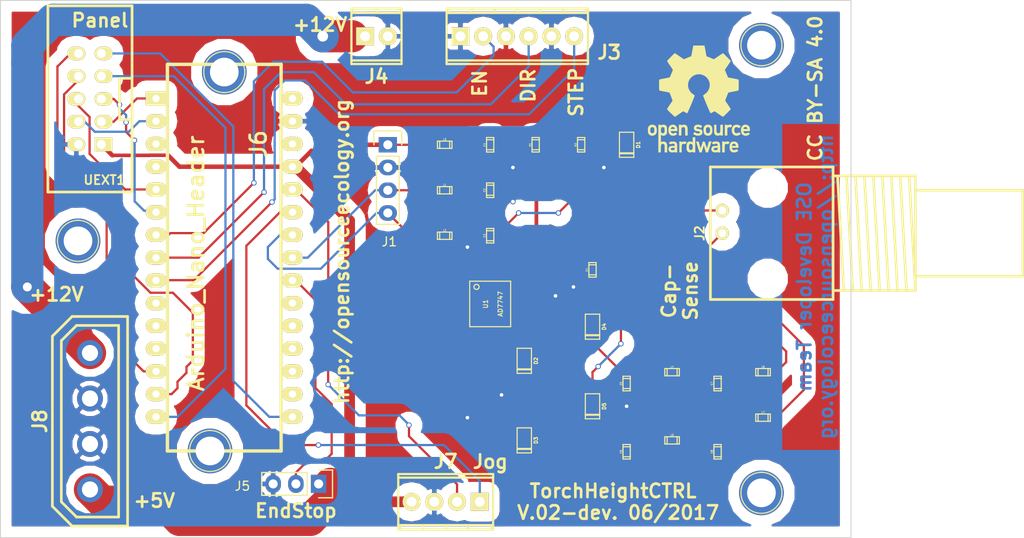
<source format=kicad_pcb>
(kicad_pcb (version 20170123) (host pcbnew "(2017-06-02 revision ac9a64a)-master")
  (layers (0 F.Cu signal) (31 B.Cu signal) (34 B.Paste user) (35 F.Paste user) (36 B.SilkS user) (37 F.SilkS user) (38 B.Mask user) (39 F.Mask user) (44 Edge.Cuts user))
  (net 0 "")
  (net 1 "Net-(C1-Pad1)")
  (net 2 GND)
  (net 3 "Net-(C2-Pad1)")
  (net 4 "Net-(C3-Pad1)")
  (net 5 "Net-(C5-Pad1)")
  (net 6 "Net-(C6-Pad1)")
  (net 7 "Net-(C7-Pad1)")
  (net 8 "Net-(C8-Pad1)")
  (net 9 "Net-(J1-Pad3)")
  (net 10 "Net-(J1-Pad4)")
  (net 11 "Net-(J2-Pad1)")
  (net 12 "Net-(J2-Pad2)")
  (net 13 "Net-(U1-Pad4)")
  (net 14 "Net-(U1-Pad7)")
  (net 15 "Net-(U1-Pad2)")
  (net 16 "Net-(U1-Pad9)")
  (net 17 "Net-(U1-Pad10)")
  (net 18 "Net-(U1-Pad15)")
  (net 19 "Net-(J3-Pad2)")
  (net 20 "Net-(J5-Pad2)")
  (net 21 "Net-(J6-Pad1)")
  (net 22 "Net-(J6-Pad2)")
  (net 23 "Net-(J6-Pad3)")
  (net 24 "Net-(J6-Pad4)")
  (net 25 "Net-(J6-Pad5)")
  (net 26 "Net-(J6-Pad6)")
  (net 27 "Net-(J6-Pad10)")
  (net 28 "Net-(J6-Pad11)")
  (net 29 "Net-(J6-Pad12)")
  (net 30 "Net-(J6-Pad13)")
  (net 31 "Net-(J6-Pad14)")
  (net 32 "Net-(J6-Pad15)")
  (net 33 "Net-(J6-Pad16)")
  (net 34 "Net-(J6-Pad17)")
  (net 35 "Net-(J6-Pad18)")
  (net 36 "Net-(J6-Pad19)")
  (net 37 "Net-(J6-Pad20)")
  (net 38 "Net-(J6-Pad21)")
  (net 39 "Net-(J6-Pad25)")
  (net 40 "Net-(J6-Pad26)")
  (net 41 "Net-(J6-Pad28)")
  (net 42 "Net-(J6-Pad30)")
  (net 43 "Net-(J3-Pad4)")
  (net 44 "Net-(J3-Pad6)")
  (net 45 +5V)
  (net 46 +12V)
  (module Connectors:1pin (layer F.Cu) (at 110 63)
    (fp_text reference REF** hide)
    (fp_text value 1pin hide)
    (pad 1 thru_hole circle (at 0 0) (size 5 5) (drill 3.2) (layers *.Cu *.Mask))
  )
  (module Connectors:1pin (layer F.Cu) (at 93.6625 81.8515)
    (fp_text reference REF** hide)
    (fp_text value 1pin hide)
    (pad 1 thru_hole circle (at 0 0) (size 5 5) (drill 3.2) (layers *.Cu *.Mask))
  )
  (module Connectors:1pin (layer F.Cu) (at 108.4072 105.3211)
    (fp_text reference REF** hide)
    (fp_text value 1pin hide)
    (pad 1 thru_hole circle (at 0 0) (size 5 5) (drill 3.2) (layers *.Cu *.Mask))
  )
  (module Connectors:1pin (layer F.Cu) (at 170 110)
    (fp_text reference REF** hide)
    (fp_text value 1pin hide)
    (pad 1 thru_hole circle (at 0 0) (size 5 5) (drill 3.2) (layers *.Cu *.Mask))
  )
  (module w_conn_mpt:mpt_0,5%2f2-2,54 (layer F.Cu) (at 127 59 180)
    (fp_text reference J4 (at 0 -4.50088 180) (layer F.SilkS) (effects (font (thickness 0.3048))))
    (fp_text value Screw_Terminal_1x02 hide)
    (pad 1 thru_hole oval (at -1.27 0 180) (size 1.99898 1.99898) (drill 1.09728) (layers *.Cu *.Mask F.SilkS) (net 2 GND))
    (pad 2 thru_hole rect (at 1.27 0 180) (size 1.99898 1.99898) (drill 1.09728) (layers *.Cu *.Mask F.SilkS) (net 46 +12V))
  )
  (module w_smd_cap:c_0603 (layer F.Cu) (at 139.7 71.12 90)
    (fp_text reference C1 (at 0 -0.635 90) (layer F.SilkS) (effects (font (size 0.20066 0.20066) (thickness 0.04064))))
    (fp_text value 2.2uF hide)
    (pad 1 smd rect (at 0.75184 0 90) (size 0.89916 1.00076) (layers F.Cu F.Paste F.Mask) (net 1 "Net-(C1-Pad1)"))
    (pad 2 smd rect (at -0.75184 0 90) (size 0.89916 1.00076) (layers F.Cu F.Paste F.Mask) (net 2 GND))
  )
  (module w_smd_cap:c_0603 (layer F.Cu) (at 139.7 76.2 90)
    (fp_text reference C2 (at 0 -0.635 90) (layer F.SilkS) (effects (font (size 0.20066 0.20066) (thickness 0.04064))))
    (fp_text value 10pF hide)
    (pad 1 smd rect (at 0.75184 0 90) (size 0.89916 1.00076) (layers F.Cu F.Paste F.Mask) (net 3 "Net-(C2-Pad1)"))
    (pad 2 smd rect (at -0.75184 0 90) (size 0.89916 1.00076) (layers F.Cu F.Paste F.Mask) (net 2 GND))
  )
  (module w_smd_cap:c_0603 (layer F.Cu) (at 139.7 81.28 90)
    (fp_text reference C3 (at 0 -0.635 90) (layer F.SilkS) (effects (font (size 0.20066 0.20066) (thickness 0.04064))))
    (fp_text value 10pF hide)
    (pad 1 smd rect (at 0.75184 0 90) (size 0.89916 1.00076) (layers F.Cu F.Paste F.Mask) (net 4 "Net-(C3-Pad1)"))
    (pad 2 smd rect (at -0.75184 0 90) (size 0.89916 1.00076) (layers F.Cu F.Paste F.Mask) (net 2 GND))
  )
  (module w_smd_cap:c_0603 (layer F.Cu) (at 151.13 85.09 90)
    (fp_text reference C4 (at 0 -0.635 90) (layer F.SilkS) (effects (font (size 0.20066 0.20066) (thickness 0.04064))))
    (fp_text value 2.2uF hide)
    (pad 1 smd rect (at 0.75184 0 90) (size 0.89916 1.00076) (layers F.Cu F.Paste F.Mask) (net 1 "Net-(C1-Pad1)"))
    (pad 2 smd rect (at -0.75184 0 90) (size 0.89916 1.00076) (layers F.Cu F.Paste F.Mask) (net 2 GND))
  )
  (module w_smd_cap:c_0603 (layer F.Cu) (at 154.94 97.79 90)
    (fp_text reference C5 (at 0 -0.635 90) (layer F.SilkS) (effects (font (size 0.20066 0.20066) (thickness 0.04064))))
    (fp_text value 0.5pF hide)
    (pad 1 smd rect (at 0.75184 0 90) (size 0.89916 1.00076) (layers F.Cu F.Paste F.Mask) (net 5 "Net-(C5-Pad1)"))
    (pad 2 smd rect (at -0.75184 0 90) (size 0.89916 1.00076) (layers F.Cu F.Paste F.Mask) (net 2 GND))
  )
  (module w_smd_cap:c_0603 (layer F.Cu) (at 154.94 105.41 90)
    (fp_text reference C6 (at 0 -0.635 90) (layer F.SilkS) (effects (font (size 0.20066 0.20066) (thickness 0.04064))))
    (fp_text value 0.5pF hide)
    (pad 1 smd rect (at 0.75184 0 90) (size 0.89916 1.00076) (layers F.Cu F.Paste F.Mask) (net 6 "Net-(C6-Pad1)"))
    (pad 2 smd rect (at -0.75184 0 90) (size 0.89916 1.00076) (layers F.Cu F.Paste F.Mask) (net 2 GND))
  )
  (module w_smd_cap:c_0603 (layer F.Cu) (at 165.1 97.79 90)
    (fp_text reference C7 (at 0 -0.635 90) (layer F.SilkS) (effects (font (size 0.20066 0.20066) (thickness 0.04064))))
    (fp_text value 0.5pF hide)
    (pad 1 smd rect (at 0.75184 0 90) (size 0.89916 1.00076) (layers F.Cu F.Paste F.Mask) (net 7 "Net-(C7-Pad1)"))
    (pad 2 smd rect (at -0.75184 0 90) (size 0.89916 1.00076) (layers F.Cu F.Paste F.Mask) (net 2 GND))
  )
  (module w_smd_cap:c_0603 (layer F.Cu) (at 165.1 105.41 90)
    (fp_text reference C8 (at 0 -0.635 90) (layer F.SilkS) (effects (font (size 0.20066 0.20066) (thickness 0.04064))))
    (fp_text value 0.5pF hide)
    (pad 1 smd rect (at 0.75184 0 90) (size 0.89916 1.00076) (layers F.Cu F.Paste F.Mask) (net 8 "Net-(C8-Pad1)"))
    (pad 2 smd rect (at -0.75184 0 90) (size 0.89916 1.00076) (layers F.Cu F.Paste F.Mask) (net 2 GND))
  )
  (module w_smd_diode:sod123 (layer F.Cu) (at 154.94 71.12 270)
    (fp_text reference D1 (at 0 -1.30048 270) (layer F.SilkS) (effects (font (size 0.4 0.4) (thickness 0.1))))
    (fp_text value 6V hide)
    (pad 2 smd rect (at 1.67386 0 270) (size 0.8509 0.8509) (layers F.Cu F.Paste F.Mask) (net 2 GND))
    (pad 1 smd rect (at -1.67386 0 270) (size 0.8509 0.8509) (layers F.Cu F.Paste F.Mask) (net 1 "Net-(C1-Pad1)"))
  )
  (module w_smd_diode:sod123 (layer F.Cu) (at 143.51 95.25 270)
    (fp_text reference D2 (at 0 -1.30048 270) (layer F.SilkS) (effects (font (size 0.4 0.4) (thickness 0.1))))
    (fp_text value 70V hide)
    (pad 2 smd rect (at 1.67386 0 270) (size 0.8509 0.8509) (layers F.Cu F.Paste F.Mask) (net 2 GND))
    (pad 1 smd rect (at -1.67386 0 270) (size 0.8509 0.8509) (layers F.Cu F.Paste F.Mask) (net 5 "Net-(C5-Pad1)"))
  )
  (module w_smd_diode:sod123 (layer F.Cu) (at 143.51 104.14 270)
    (fp_text reference D3 (at 0 -1.30048 270) (layer F.SilkS) (effects (font (size 0.4 0.4) (thickness 0.1))))
    (fp_text value 70V hide)
    (pad 2 smd rect (at 1.67386 0 270) (size 0.8509 0.8509) (layers F.Cu F.Paste F.Mask) (net 2 GND))
    (pad 1 smd rect (at -1.67386 0 270) (size 0.8509 0.8509) (layers F.Cu F.Paste F.Mask) (net 6 "Net-(C6-Pad1)"))
  )
  (module w_smd_diode:sod123 (layer F.Cu) (at 151.13 91.44 270)
    (fp_text reference D4 (at 0 -1.30048 270) (layer F.SilkS) (effects (font (size 0.4 0.4) (thickness 0.1))))
    (fp_text value 70V hide)
    (pad 2 smd rect (at 1.67386 0 270) (size 0.8509 0.8509) (layers F.Cu F.Paste F.Mask) (net 5 "Net-(C5-Pad1)"))
    (pad 1 smd rect (at -1.67386 0 270) (size 0.8509 0.8509) (layers F.Cu F.Paste F.Mask) (net 1 "Net-(C1-Pad1)"))
  )
  (module w_smd_diode:sod123 (layer F.Cu) (at 151.13 100.33 270)
    (fp_text reference D5 (at 0 -1.30048 270) (layer F.SilkS) (effects (font (size 0.4 0.4) (thickness 0.1))))
    (fp_text value 70V hide)
    (pad 2 smd rect (at 1.67386 0 270) (size 0.8509 0.8509) (layers F.Cu F.Paste F.Mask) (net 6 "Net-(C6-Pad1)"))
    (pad 1 smd rect (at -1.67386 0 270) (size 0.8509 0.8509) (layers F.Cu F.Paste F.Mask) (net 1 "Net-(C1-Pad1)"))
  )
  (module Pin_Headers:Pin_Header_Straight_1x04 (layer F.Cu) (at 128.27 71.12)
    (fp_text reference J1 (at 0.1651 10.8331) (layer F.SilkS))
    (fp_text value HEADER_4 hide)
    (pad 1 thru_hole rect (at 0 0) (size 2.032 1.7272) (drill 1.016) (layers *.Cu *.Mask) (net 45 +5V))
    (pad 2 thru_hole oval (at 0 2.54) (size 2.032 1.7272) (drill 1.016) (layers *.Cu *.Mask) (net 2 GND))
    (pad 3 thru_hole oval (at 0 5.08) (size 2.032 1.7272) (drill 1.016) (layers *.Cu *.Mask) (net 9 "Net-(J1-Pad3)"))
    (pad 4 thru_hole oval (at 0 7.62) (size 2.032 1.7272) (drill 1.016) (layers *.Cu *.Mask) (net 10 "Net-(J1-Pad4)"))
  )
  (module w_smd_resistors:r_0603 (layer F.Cu) (at 134.62 76.2)
    (fp_text reference L1 (at 0 -0.6096) (layer F.SilkS) (effects (font (size 0.20066 0.20066) (thickness 0.04064))))
    (fp_text value "1k Z" hide)
    (pad 1 smd rect (at 0.75184 0) (size 0.89916 1.00076) (layers F.Cu F.Paste F.Mask) (net 3 "Net-(C2-Pad1)"))
    (pad 2 smd rect (at -0.75184 0) (size 0.89916 1.00076) (layers F.Cu F.Paste F.Mask) (net 9 "Net-(J1-Pad3)"))
  )
  (module w_smd_resistors:r_0603 (layer F.Cu) (at 134.62 81.28)
    (fp_text reference L2 (at 0 -0.6096) (layer F.SilkS) (effects (font (size 0.20066 0.20066) (thickness 0.04064))))
    (fp_text value "1k Z" hide)
    (pad 1 smd rect (at 0.75184 0) (size 0.89916 1.00076) (layers F.Cu F.Paste F.Mask) (net 4 "Net-(C3-Pad1)"))
    (pad 2 smd rect (at -0.75184 0) (size 0.89916 1.00076) (layers F.Cu F.Paste F.Mask) (net 10 "Net-(J1-Pad4)"))
  )
  (module w_smd_resistors:r_0603 (layer F.Cu) (at 134.62 71.12)
    (fp_text reference L3 (at 0 -0.6096) (layer F.SilkS) (effects (font (size 0.20066 0.20066) (thickness 0.04064))))
    (fp_text value "1k Z" hide)
    (pad 1 smd rect (at 0.75184 0) (size 0.89916 1.00076) (layers F.Cu F.Paste F.Mask) (net 1 "Net-(C1-Pad1)"))
    (pad 2 smd rect (at -0.75184 0) (size 0.89916 1.00076) (layers F.Cu F.Paste F.Mask) (net 45 +5V))
  )
  (module w_smd_resistors:r_0603 (layer F.Cu) (at 160.02 96.52)
    (fp_text reference L4 (at 0 -0.6096) (layer F.SilkS) (effects (font (size 0.20066 0.20066) (thickness 0.04064))))
    (fp_text value "1k Z" hide)
    (pad 1 smd rect (at 0.75184 0) (size 0.89916 1.00076) (layers F.Cu F.Paste F.Mask) (net 7 "Net-(C7-Pad1)"))
    (pad 2 smd rect (at -0.75184 0) (size 0.89916 1.00076) (layers F.Cu F.Paste F.Mask) (net 5 "Net-(C5-Pad1)"))
  )
  (module w_smd_resistors:r_0603 (layer F.Cu) (at 160.02 104.14)
    (fp_text reference L5 (at 0 -0.6096) (layer F.SilkS) (effects (font (size 0.20066 0.20066) (thickness 0.04064))))
    (fp_text value "1k Z" hide)
    (pad 1 smd rect (at 0.75184 0) (size 0.89916 1.00076) (layers F.Cu F.Paste F.Mask) (net 8 "Net-(C8-Pad1)"))
    (pad 2 smd rect (at -0.75184 0) (size 0.89916 1.00076) (layers F.Cu F.Paste F.Mask) (net 6 "Net-(C6-Pad1)"))
  )
  (module w_smd_resistors:r_0603 (layer F.Cu) (at 170.18 96.52)
    (fp_text reference L6 (at 0 -0.6096) (layer F.SilkS) (effects (font (size 0.20066 0.20066) (thickness 0.04064))))
    (fp_text value "1k Z" hide)
    (pad 1 smd rect (at 0.75184 0) (size 0.89916 1.00076) (layers F.Cu F.Paste F.Mask) (net 12 "Net-(J2-Pad2)"))
    (pad 2 smd rect (at -0.75184 0) (size 0.89916 1.00076) (layers F.Cu F.Paste F.Mask) (net 7 "Net-(C7-Pad1)"))
  )
  (module w_smd_resistors:r_0603 (layer F.Cu) (at 170.18 101.6)
    (fp_text reference L7 (at 0 -0.6096) (layer F.SilkS) (effects (font (size 0.20066 0.20066) (thickness 0.04064))))
    (fp_text value "1k Z" hide)
    (pad 1 smd rect (at 0.75184 0) (size 0.89916 1.00076) (layers F.Cu F.Paste F.Mask) (net 11 "Net-(J2-Pad1)"))
    (pad 2 smd rect (at -0.75184 0) (size 0.89916 1.00076) (layers F.Cu F.Paste F.Mask) (net 8 "Net-(C8-Pad1)"))
  )
  (module w_smd_resistors:r_0603 (layer F.Cu) (at 144.78 71.12 90)
    (fp_text reference R1 (at 0 -0.6096 90) (layer F.SilkS) (effects (font (size 0.20066 0.20066) (thickness 0.04064))))
    (fp_text value 4.7K hide)
    (pad 1 smd rect (at 0.75184 0 90) (size 0.89916 1.00076) (layers F.Cu F.Paste F.Mask) (net 1 "Net-(C1-Pad1)"))
    (pad 2 smd rect (at -0.75184 0 90) (size 0.89916 1.00076) (layers F.Cu F.Paste F.Mask) (net 3 "Net-(C2-Pad1)"))
  )
  (module w_smd_resistors:r_0603 (layer F.Cu) (at 149.86 71.12 90)
    (fp_text reference R2 (at 0 -0.6096 90) (layer F.SilkS) (effects (font (size 0.20066 0.20066) (thickness 0.04064))))
    (fp_text value 4.7K hide)
    (pad 1 smd rect (at 0.75184 0 90) (size 0.89916 1.00076) (layers F.Cu F.Paste F.Mask) (net 1 "Net-(C1-Pad1)"))
    (pad 2 smd rect (at -0.75184 0 90) (size 0.89916 1.00076) (layers F.Cu F.Paste F.Mask) (net 4 "Net-(C3-Pad1)"))
  )
  (module w_smd_dil:tssop-16 (layer F.Cu) (at 139.7 88.9 270)
    (fp_text reference U1 (at 0 0.508 270) (layer F.SilkS) (effects (font (size 0.50038 0.50038) (thickness 0.09906))))
    (fp_text value AD7747 (at 0 -1.143 270) (layer F.SilkS) (effects (font (size 0.50038 0.50038) (thickness 0.09906))))
    (pad 4 smd rect (at -0.32512 2.79908 270) (size 0.4191 1.47066) (layers F.Cu F.Paste F.Mask) (net 13 "Net-(U1-Pad4)"))
    (pad 5 smd rect (at 0.32512 2.79908 270) (size 0.4191 1.47066) (layers F.Cu F.Paste F.Mask) (net 2 GND))
    (pad 6 smd rect (at 0.97536 2.79908 270) (size 0.4191 1.47066) (layers F.Cu F.Paste F.Mask) (net 2 GND))
    (pad 7 smd rect (at 1.6256 2.79908 270) (size 0.4191 1.47066) (layers F.Cu F.Paste F.Mask) (net 14 "Net-(U1-Pad7)"))
    (pad 16 smd rect (at -2.26568 -2.794 270) (size 0.4191 1.47066) (layers F.Cu F.Paste F.Mask) (net 3 "Net-(C2-Pad1)"))
    (pad 1 smd rect (at -2.27584 2.79908 270) (size 0.4191 1.47066) (layers F.Cu F.Paste F.Mask) (net 4 "Net-(C3-Pad1)"))
    (pad 2 smd rect (at -1.6256 2.79908 270) (size 0.4191 1.47066) (layers F.Cu F.Paste F.Mask) (net 15 "Net-(U1-Pad2)"))
    (pad 3 smd rect (at -0.97536 2.79908 270) (size 0.4191 1.47066) (layers F.Cu F.Paste F.Mask) (net 5 "Net-(C5-Pad1)"))
    (pad 9 smd rect (at 2.27584 -2.79908 270) (size 0.4191 1.47066) (layers F.Cu F.Paste F.Mask) (net 16 "Net-(U1-Pad9)"))
    (pad 10 smd rect (at 1.6256 -2.79908 270) (size 0.4191 1.47066) (layers F.Cu F.Paste F.Mask) (net 17 "Net-(U1-Pad10)"))
    (pad 11 smd rect (at 0.97536 -2.79908 270) (size 0.4191 1.47066) (layers F.Cu F.Paste F.Mask) (net 2 GND))
    (pad 12 smd rect (at 0.32512 -2.79908 270) (size 0.4191 1.47066) (layers F.Cu F.Paste F.Mask) (net 2 GND))
    (pad 13 smd rect (at -0.32512 -2.79908 270) (size 0.4191 1.47066) (layers F.Cu F.Paste F.Mask) (net 2 GND))
    (pad 14 smd rect (at -0.97536 -2.79908 270) (size 0.4191 1.47066) (layers F.Cu F.Paste F.Mask) (net 1 "Net-(C1-Pad1)"))
    (pad 8 smd rect (at 2.27584 2.79908 270) (size 0.4191 1.47066) (layers F.Cu F.Paste F.Mask) (net 6 "Net-(C6-Pad1)"))
    (pad 15 smd rect (at -1.6256 -2.794 270) (size 0.4191 1.47066) (layers F.Cu F.Paste F.Mask) (net 18 "Net-(U1-Pad15)"))
  )
  (module arduino:arduino_mini (layer F.Cu) (at 110 85 270)
    (fp_text reference J6 (at -13.97 -3.81 270) (layer F.SilkS) (effects (font (size 1.778 1.778) (thickness 0.3048))))
    (fp_text value Arduino_Nano_Header (at -0.635 3.175 270) (layer F.SilkS) (effects (font (size 1.778 1.778) (thickness 0.3048))))
    (pad 1 thru_hole rect (at -19.05 7.62 270) (size 1.5748 2.286) (drill 0.8128) (layers *.Cu *.Mask F.SilkS) (net 21 "Net-(J6-Pad1)"))
    (pad 2 thru_hole oval (at -16.51 7.62 270) (size 1.5748 2.286) (drill 0.8128) (layers *.Cu *.Mask F.SilkS) (net 22 "Net-(J6-Pad2)"))
    (pad 3 thru_hole oval (at -13.97 7.62 270) (size 1.5748 2.286) (drill 0.8128) (layers *.Cu *.Mask F.SilkS) (net 23 "Net-(J6-Pad3)"))
    (pad 4 thru_hole oval (at -11.43 7.62 270) (size 1.5748 2.286) (drill 0.8128) (layers *.Cu *.Mask F.SilkS) (net 24 "Net-(J6-Pad4)"))
    (pad 5 thru_hole oval (at -8.89 7.62 270) (size 1.5748 2.286) (drill 0.8128) (layers *.Cu *.Mask F.SilkS) (net 25 "Net-(J6-Pad5)"))
    (pad 6 thru_hole oval (at -6.35 7.62 270) (size 1.5748 2.286) (drill 0.8128) (layers *.Cu *.Mask F.SilkS) (net 26 "Net-(J6-Pad6)"))
    (pad 7 thru_hole oval (at -3.81 7.62 270) (size 1.5748 2.286) (drill 0.8128) (layers *.Cu *.Mask F.SilkS) (net 19 "Net-(J3-Pad2)"))
    (pad 8 thru_hole oval (at -1.27 7.62 270) (size 1.5748 2.286) (drill 0.8128) (layers *.Cu *.Mask F.SilkS) (net 43 "Net-(J3-Pad4)"))
    (pad 9 thru_hole oval (at 1.27 7.62 270) (size 1.5748 2.286) (drill 0.8128) (layers *.Cu *.Mask F.SilkS) (net 44 "Net-(J3-Pad6)"))
    (pad 10 thru_hole oval (at 3.81 7.62 270) (size 1.5748 2.286) (drill 0.8128) (layers *.Cu *.Mask F.SilkS) (net 27 "Net-(J6-Pad10)"))
    (pad 11 thru_hole oval (at 6.35 7.62 270) (size 1.5748 2.286) (drill 0.8128) (layers *.Cu *.Mask F.SilkS) (net 28 "Net-(J6-Pad11)"))
    (pad 12 thru_hole oval (at 8.89 7.62 270) (size 1.5748 2.286) (drill 0.8128) (layers *.Cu *.Mask F.SilkS) (net 29 "Net-(J6-Pad12)"))
    (pad 13 thru_hole oval (at 11.43 7.62 270) (size 1.5748 2.286) (drill 0.8128) (layers *.Cu *.Mask F.SilkS) (net 30 "Net-(J6-Pad13)"))
    (pad 14 thru_hole oval (at 13.97 7.62 270) (size 1.5748 2.286) (drill 0.8128) (layers *.Cu *.Mask F.SilkS) (net 31 "Net-(J6-Pad14)"))
    (pad 15 thru_hole oval (at 16.51 7.62 270) (size 1.5748 2.286) (drill 0.8128) (layers *.Cu *.Mask F.SilkS) (net 32 "Net-(J6-Pad15)"))
    (pad 16 thru_hole oval (at 16.51 -7.62 270) (size 1.5748 2.286) (drill 0.8128) (layers *.Cu *.Mask F.SilkS) (net 33 "Net-(J6-Pad16)"))
    (pad 17 thru_hole oval (at 13.97 -7.62 270) (size 1.5748 2.286) (drill 0.8128) (layers *.Cu *.Mask F.SilkS) (net 34 "Net-(J6-Pad17)"))
    (pad 18 thru_hole oval (at 11.43 -7.62 270) (size 1.5748 2.286) (drill 0.8128) (layers *.Cu *.Mask F.SilkS) (net 35 "Net-(J6-Pad18)"))
    (pad 19 thru_hole oval (at 8.89 -7.62 270) (size 1.5748 2.286) (drill 0.8128) (layers *.Cu *.Mask F.SilkS) (net 36 "Net-(J6-Pad19)"))
    (pad 20 thru_hole oval (at 6.35 -7.62 270) (size 1.5748 2.286) (drill 0.8128) (layers *.Cu *.Mask F.SilkS) (net 37 "Net-(J6-Pad20)"))
    (pad 21 thru_hole oval (at 3.81 -7.62 270) (size 1.5748 2.286) (drill 0.8128) (layers *.Cu *.Mask F.SilkS) (net 38 "Net-(J6-Pad21)"))
    (pad 22 thru_hole oval (at 1.27 -7.62 270) (size 1.5748 2.286) (drill 0.8128) (layers *.Cu *.Mask F.SilkS) (net 20 "Net-(J5-Pad2)"))
    (pad 23 thru_hole oval (at -1.27 -7.62 270) (size 1.5748 2.286) (drill 0.8128) (layers *.Cu *.Mask F.SilkS) (net 9 "Net-(J1-Pad3)"))
    (pad 24 thru_hole oval (at -3.81 -7.62 270) (size 1.5748 2.286) (drill 0.8128) (layers *.Cu *.Mask F.SilkS) (net 10 "Net-(J1-Pad4)"))
    (pad 25 thru_hole oval (at -6.35 -7.62 270) (size 1.5748 2.286) (drill 0.8128) (layers *.Cu *.Mask F.SilkS) (net 39 "Net-(J6-Pad25)"))
    (pad 26 thru_hole oval (at -8.89 -7.62 270) (size 1.5748 2.286) (drill 0.8128) (layers *.Cu *.Mask F.SilkS) (net 40 "Net-(J6-Pad26)"))
    (pad 27 thru_hole oval (at -11.43 -7.62 270) (size 1.5748 2.286) (drill 0.8128) (layers *.Cu *.Mask F.SilkS) (net 45 +5V))
    (pad 28 thru_hole oval (at -13.97 -7.62 270) (size 1.5748 2.286) (drill 0.8128) (layers *.Cu *.Mask F.SilkS) (net 41 "Net-(J6-Pad28)"))
    (pad 29 thru_hole oval (at -16.51 -7.62 270) (size 1.5748 2.286) (drill 0.8128) (layers *.Cu *.Mask F.SilkS) (net 2 GND))
    (pad 30 thru_hole oval (at -19.05 -7.62 270) (size 1.5748 2.286) (drill 0.8128) (layers *.Cu *.Mask F.SilkS) (net 42 "Net-(J6-Pad30)"))
  )
  (module w_conn_strip:vasch_strip_5x2 (layer F.Cu) (at 95 66 90)
    (fp_text reference UEXT1 (at -9.057 1.6089 180) (layer F.SilkS) (effects (font (thickness 0.2032))))
    (fp_text value UEXT hide)
    (pad 9 thru_hole oval (at 5.08 1.27 90) (size 1.5 2) (drill 1 (offset 0 0.25)) (layers *.Cu *.Mask F.SilkS) (net 33 "Net-(J6-Pad16)"))
    (pad 10 thru_hole oval (at 5.08 -1.27 90) (size 1.5 2) (drill 1 (offset 0 -0.25)) (layers *.Cu *.Mask F.SilkS) (net 30 "Net-(J6-Pad13)"))
    (pad 8 thru_hole oval (at 2.54 -1.27 90) (size 1.5 2) (drill 1 (offset 0 -0.25)) (layers *.Cu *.Mask F.SilkS) (net 31 "Net-(J6-Pad14)"))
    (pad 7 thru_hole oval (at 2.54 1.27 90) (size 1.5 2) (drill 1 (offset 0 0.25)) (layers *.Cu *.Mask F.SilkS) (net 32 "Net-(J6-Pad15)"))
    (pad 1 thru_hole rect (at -5.08 1.27 90) (size 1.5 2) (drill 1 (offset 0 0.25)) (layers *.Cu *.Mask F.SilkS) (net 45 +5V))
    (pad 2 thru_hole oval (at -5.08 -1.27 90) (size 1.5 2) (drill 1 (offset 0 -0.25)) (layers *.Cu *.Mask F.SilkS) (net 2 GND))
    (pad 3 thru_hole oval (at -2.54 1.27 90) (size 1.5 2) (drill 1 (offset 0 0.25)) (layers *.Cu *.Mask F.SilkS) (net 21 "Net-(J6-Pad1)"))
    (pad 4 thru_hole oval (at -2.54 -1.27 90) (size 1.5 2) (drill 1 (offset 0 -0.25)) (layers *.Cu *.Mask F.SilkS) (net 22 "Net-(J6-Pad2)"))
    (pad 5 thru_hole oval (at 0 1.27 90) (size 1.5 2) (drill 1 (offset 0 0.25)) (layers *.Cu *.Mask F.SilkS) (net 26 "Net-(J6-Pad6)"))
    (pad 6 thru_hole oval (at 0 -1.27 90) (size 1.5 2) (drill 1 (offset 0 -0.25)) (layers *.Cu *.Mask F.SilkS) (net 25 "Net-(J6-Pad5)"))
  )
  (module w_conn_rf:bnc_90_1-1337543-0 (layer F.Cu) (at 178 81 90)
    (fp_text reference J2 (at 0 -14.9 90) (layer F.SilkS) (effects (font (thickness 0.2))))
    (fp_text value HEADER_2 hide)
    (pad 1 thru_hole circle (at 0 -12.38 90) (size 1.5 1.5) (drill 0.9) (layers *.Cu *.Mask F.SilkS) (net 11 "Net-(J2-Pad1)"))
    (pad 2 thru_hole circle (at 2.54 -12.38 90) (size 1.5 1.5) (drill 0.9) (layers *.Cu *.Mask F.SilkS) (net 12 "Net-(J2-Pad2)"))
    (pad "" np_thru_hole circle (at 5.08 -7.3 90) (size 2.1 2.1) (drill 2.1) (layers *.Cu *.Mask F.SilkS))
    (pad "" np_thru_hole circle (at -5.08 -7.3 90) (size 2.1 2.1) (drill 2.1) (layers *.Cu *.Mask F.SilkS))
  )
  (module w_conn_mpt:mpt_0,5%2f6-2,54 (layer F.Cu) (at 142.73 59 180)
    (fp_text reference J3 (at -10.2669 -1.7949 180) (layer F.SilkS) (effects (font (thickness 0.3048))))
    (fp_text value Screw_Terminal_1x06 hide)
    (pad 4 thru_hole oval (at -1.27 0 180) (size 1.99898 1.99898) (drill 1.09728) (layers *.Cu *.Mask F.SilkS) (net 43 "Net-(J3-Pad4)"))
    (pad 1 thru_hole rect (at 6.35 0 180) (size 1.99898 1.99898) (drill 1.09728) (layers *.Cu *.Mask F.SilkS) (net 2 GND))
    (pad 2 thru_hole oval (at 3.81 0 180) (size 1.99898 1.99898) (drill 1.09728) (layers *.Cu *.Mask F.SilkS) (net 19 "Net-(J3-Pad2)"))
    (pad 3 thru_hole oval (at 1.27 0 180) (size 1.99898 1.99898) (drill 1.09728) (layers *.Cu *.Mask F.SilkS) (net 2 GND))
    (pad 5 thru_hole oval (at -3.81 0 180) (size 1.99898 1.99898) (drill 1.09728) (layers *.Cu *.Mask F.SilkS) (net 2 GND))
    (pad 6 thru_hole oval (at -6.35 0 180) (size 1.99898 1.99898) (drill 1.09728) (layers *.Cu *.Mask F.SilkS) (net 44 "Net-(J3-Pad6)"))
  )
  (module w_conn_mpt:mpt_0,5%2f4-2,54 (layer F.Cu) (at 134.73 111)
    (fp_text reference J7 (at 0 -4.50088) (layer F.SilkS) (effects (font (thickness 0.3048))))
    (fp_text value Screw_Terminal_1x04 hide)
    (pad 4 thru_hole oval (at -3.81 0) (size 1.99898 1.99898) (drill 1.09728) (layers *.Cu *.Mask F.SilkS) (net 45 +5V))
    (pad 1 thru_hole rect (at 3.81 0) (size 1.99898 1.99898) (drill 1.09728) (layers *.Cu *.Mask F.SilkS) (net 39 "Net-(J6-Pad25)"))
    (pad 2 thru_hole oval (at 1.27 0) (size 1.99898 1.99898) (drill 1.09728) (layers *.Cu *.Mask F.SilkS) (net 40 "Net-(J6-Pad26)"))
    (pad 3 thru_hole oval (at -1.27 0) (size 1.99898 1.99898) (drill 1.09728) (layers *.Cu *.Mask F.SilkS) (net 2 GND))
  )
  (module w_conn_pc:conn_hdd_15-24-4449 (layer F.Cu) (at 95 102 270)
    (fp_text reference J8 (at 0 5.6 270) (layer F.SilkS) (effects (font (thickness 0.3048))))
    (fp_text value HEADER_4 hide)
    (pad 1 thru_hole circle (at -7.62 0 270) (size 2.9 2.9) (drill 1.8) (layers *.Cu *.Mask) (net 46 +12V))
    (pad 2 thru_hole circle (at -2.54 0 270) (size 2.9 2.9) (drill 1.8) (layers *.Cu *.Mask) (net 2 GND))
    (pad 3 thru_hole circle (at 2.54 0 270) (size 2.9 2.9) (drill 1.8) (layers *.Cu *.Mask) (net 2 GND))
    (pad 4 thru_hole circle (at 7.62 0 270) (size 2.9 2.9) (drill 1.8) (layers *.Cu *.Mask) (net 45 +5V))
  )
  (module Pin_Headers:Pin_Header_Straight_1x03 (layer F.Cu) (at 120.54 109 270)
    (fp_text reference J5 (at 0.2454 8.5133) (layer F.SilkS))
    (fp_text value HEADER_3 hide)
    (pad 1 thru_hole rect (at 0 0 270) (size 2.032 1.7272) (drill 1.016) (layers *.Cu *.Mask) (net 45 +5V))
    (pad 2 thru_hole oval (at 0 2.54 270) (size 2.032 1.7272) (drill 1.016) (layers *.Cu *.Mask) (net 20 "Net-(J5-Pad2)"))
    (pad 3 thru_hole oval (at 0 5.08 270) (size 2.032 1.7272) (drill 1.016) (layers *.Cu *.Mask) (net 2 GND))
  )
  (module Connectors:1pin (layer F.Cu) (at 170 60)
    (fp_text reference REF** hide)
    (fp_text value 1pin hide)
    (pad 1 thru_hole circle (at 0 0) (size 5 5) (drill 3.2) (layers *.Cu *.Mask))
  )
  (module Symbols:OSHW-Logo_11.4x12mm_SilkScreen (layer F.Cu) (at 163 66)
    (fp_text reference REF*** hide)
    (fp_text value OSHW-Logo_11.4x12mm_SilkScreen hide)
  )
  (gr_text http://opensourceecology.org (at 123.1519 83.0453 90) (layer F.SilkS) (effects (font (size 1.5 1.5) (thickness 0.3))))
  (gr_text "TorchHeightCTRL \nV.02-dev. 06/2017" (at 154.0002 111) (layer F.SilkS) (effects (font (size 1.5 1.5) (thickness 0.3))))
  (gr_text "Cap-\nSense" (at 160.8709 87.4268 90) (layer F.SilkS) (effects (font (size 1.5 1.5) (thickness 0.3))))
  (gr_text STEP (at 149.2885 65.2399 90) (layer F.SilkS) (effects (font (size 1.5 1.5) (thickness 0.3))))
  (gr_text DIR (at 143.9545 64.5033 90) (layer F.SilkS) (effects (font (size 1.5 1.5) (thickness 0.3))))
  (gr_text EN (at 138.5316 64.262 90) (layer F.SilkS) (effects (font (size 1.5 1.5) (thickness 0.3))))
  (gr_text +12V (at 120.7008 57.6961) (layer F.SilkS) (effects (font (size 1.5 1.5) (thickness 0.3))))
  (gr_text Panel (at 96.1136 57.2262) (layer F.SilkS) (effects (font (size 1.5 1.5) (thickness 0.3))))
  (gr_text +12V (at 91.2622 87.8332) (layer F.SilkS) (effects (font (size 1.5 1.5) (thickness 0.3))))
  (gr_text +5V (at 102.1842 110.871) (layer F.SilkS) (effects (font (size 1.5 1.5) (thickness 0.3))))
  (gr_text Jog (at 139.7127 106.5149) (layer F.SilkS) (effects (font (size 1.5 1.5) (thickness 0.3))))
  (gr_text EndStop (at 118 112) (layer F.SilkS) (effects (font (size 1.5 1.5) (thickness 0.3))))
  (gr_text "CC BY-SA 4.0" (at 176.0093 64.8208 90) (layer F.SilkS) (effects (font (size 1.5 1.5) (thickness 0.3))))
  (gr_text "OSE Developer Team\nhttp://opensourceecology.org" (at 176 87 90) (layer B.Cu) (effects (font (size 1.5 1.5) (thickness 0.3)) (justify mirror)))
  (gr_text "TorchHeightCTRL \nV.02-dev. 06/2017" (at 154 111) (layer F.Cu) (effects (font (size 1.5 1.5) (thickness 0.3))))
  (gr_line (start 85 115) (end 85 55) (angle 90) (layer Edge.Cuts) (width 0.1))
  (gr_line (start 180 115) (end 85 115) (angle 90) (layer Edge.Cuts) (width 0.1))
  (gr_line (start 180 55) (end 180 115) (angle 90) (layer Edge.Cuts) (width 0.1))
  (gr_line (start 85 55) (end 180 55) (angle 90) (layer Edge.Cuts) (width 0.1))
  (segment (start 151.13 84.33816) (end 151.13 80.01) (width 0.25) (layer F.Cu) (net 1))
  (segment (start 157.07614 69.44614) (end 154.94 69.44614) (width 0.25) (layer F.Cu) (net 1))
  (segment (start 158.115 70.485) (end 157.07614 69.44614) (width 0.25) (layer F.Cu) (net 1))
  (segment (start 158.115 74.295) (end 158.115 70.485) (width 0.25) (layer F.Cu) (net 1))
  (segment (start 156.21 76.2) (end 158.115 74.295) (width 0.25) (layer F.Cu) (net 1))
  (segment (start 154.94 76.2) (end 156.21 76.2) (width 0.25) (layer F.Cu) (net 1))
  (segment (start 151.13 80.01) (end 154.94 76.2) (width 0.25) (layer F.Cu) (net 1))
  (segment (start 151.13 89.76614) (end 151.13 89.535) (width 0.25) (layer F.Cu) (net 1))
  (segment (start 151.13 89.535) (end 152.4 88.265) (width 0.25) (layer F.Cu) (net 1))
  (segment (start 152.4 88.265) (end 154.305 88.265) (width 0.25) (layer F.Cu) (net 1))
  (segment (start 151.13 84.33816) (end 152.28316 84.33816) (width 0.25) (layer F.Cu) (net 1))
  (segment (start 151.13 96.52) (end 151.13 98.65614) (width 0.25) (layer F.Cu) (net 1))
  (segment (start 151.765 95.885) (end 151.13 96.52) (width 0.25) (layer F.Cu) (net 1))
  (via (at 151.765 95.885) (size 0.6) (drill 0.4) (layers F.Cu B.Cu) (net 1))
  (segment (start 154.305 93.345) (end 151.765 95.885) (width 0.25) (layer B.Cu) (net 1))
  (via (at 154.305 93.345) (size 0.6) (drill 0.4) (layers F.Cu B.Cu) (net 1))
  (segment (start 154.305 86.36) (end 154.305 88.265) (width 0.25) (layer F.Cu) (net 1))
  (segment (start 154.305 88.265) (end 154.305 93.345) (width 0.25) (layer F.Cu) (net 1))
  (segment (start 152.28316 84.33816) (end 154.305 86.36) (width 0.25) (layer F.Cu) (net 1))
  (segment (start 142.49908 87.92464) (end 145.12036 87.92464) (width 0.25) (layer F.Cu) (net 1))
  (segment (start 148.70684 84.33816) (end 151.13 84.33816) (width 0.25) (layer F.Cu) (net 1))
  (segment (start 145.12036 87.92464) (end 148.70684 84.33816) (width 0.25) (layer F.Cu) (net 1))
  (segment (start 149.86 70.36816) (end 151.88184 70.36816) (width 0.25) (layer F.Cu) (net 1))
  (segment (start 151.88184 70.36816) (end 152.80386 69.44614) (width 0.25) (layer F.Cu) (net 1))
  (segment (start 152.80386 69.44614) (end 154.94 69.44614) (width 0.25) (layer F.Cu) (net 1))
  (segment (start 144.78 70.36816) (end 149.86 70.36816) (width 0.25) (layer F.Cu) (net 1))
  (segment (start 139.7 70.36816) (end 144.78 70.36816) (width 0.25) (layer F.Cu) (net 1))
  (segment (start 135.37184 71.12) (end 136.525 71.12) (width 0.25) (layer F.Cu) (net 1))
  (segment (start 137.27684 70.36816) (end 139.7 70.36816) (width 0.25) (layer F.Cu) (net 1))
  (segment (start 136.525 71.12) (end 137.27684 70.36816) (width 0.25) (layer F.Cu) (net 1))
  (segment (start 165.1 98.54184) (end 154.94 98.54184) (width 0.25) (layer F.Cu) (net 2))
  (segment (start 154.94 98.54184) (end 154.94 100.33) (width 0.25) (layer F.Cu) (net 2))
  (via (at 154.94 100.33) (size 0.6) (drill 0.4) (layers F.Cu B.Cu) (net 2))
  (segment (start 154.94 100.33) (end 147.32 100.33) (width 0.25) (layer B.Cu) (net 2))
  (segment (start 147.32 100.33) (end 146.05 99.06) (width 0.25) (layer B.Cu) (net 2))
  (segment (start 146.05 99.06) (end 140.97 99.06) (width 0.25) (layer B.Cu) (net 2))
  (segment (start 139.7 82.03184) (end 138.94816 82.03184) (width 0.25) (layer F.Cu) (net 2))
  (segment (start 138.94816 82.03184) (end 138.43 82.55) (width 0.25) (layer F.Cu) (net 2))
  (segment (start 138.43 82.55) (end 137.16 82.55) (width 0.25) (layer F.Cu) (net 2))
  (segment (start 137.16 82.55) (end 133.35 86.36) (width 0.25) (layer F.Cu) (net 2))
  (segment (start 133.35 86.36) (end 133.35 90.17) (width 0.25) (layer F.Cu) (net 2))
  (segment (start 129.54 73.66) (end 128.27 73.66) (width 0.25) (layer B.Cu) (net 2))
  (segment (start 132.08 76.2) (end 129.54 73.66) (width 0.25) (layer B.Cu) (net 2))
  (segment (start 132.08 77.47) (end 132.08 76.2) (width 0.25) (layer B.Cu) (net 2))
  (segment (start 137.16 82.55) (end 132.08 77.47) (width 0.25) (layer B.Cu) (net 2))
  (via (at 137.16 82.55) (size 0.6) (drill 0.4) (layers F.Cu B.Cu) (net 2))
  (segment (start 138.43 82.55) (end 137.16 82.55) (width 0.25) (layer F.Cu) (net 2))
  (segment (start 138.94816 82.03184) (end 138.43 82.55) (width 0.25) (layer F.Cu) (net 2))
  (segment (start 139.7 76.95184) (end 141.72184 76.95184) (width 0.25) (layer F.Cu) (net 2))
  (segment (start 146.05 74.93) (end 146.05 73.66) (width 0.25) (layer B.Cu) (net 2))
  (segment (start 144.78 74.93) (end 146.05 74.93) (width 0.25) (layer B.Cu) (net 2))
  (segment (start 142.24 77.47) (end 144.78 74.93) (width 0.25) (layer B.Cu) (net 2))
  (via (at 142.24 77.47) (size 0.6) (drill 0.4) (layers F.Cu B.Cu) (net 2))
  (segment (start 141.72184 76.95184) (end 142.24 77.47) (width 0.25) (layer F.Cu) (net 2))
  (segment (start 139.7 71.87184) (end 139.7 72.39) (width 0.25) (layer F.Cu) (net 2))
  (segment (start 153.26614 72.79386) (end 154.94 72.79386) (width 0.25) (layer F.Cu) (net 2))
  (segment (start 152.4 73.66) (end 153.26614 72.79386) (width 0.25) (layer F.Cu) (net 2))
  (via (at 152.4 73.66) (size 0.6) (drill 0.4) (layers F.Cu B.Cu) (net 2))
  (segment (start 142.24 73.66) (end 146.05 73.66) (width 0.25) (layer B.Cu) (net 2))
  (segment (start 146.05 73.66) (end 152.4 73.66) (width 0.25) (layer B.Cu) (net 2))
  (via (at 142.24 73.66) (size 0.6) (drill 0.4) (layers F.Cu B.Cu) (net 2))
  (segment (start 140.97 73.66) (end 142.24 73.66) (width 0.25) (layer F.Cu) (net 2))
  (segment (start 139.7 72.39) (end 140.97 73.66) (width 0.25) (layer F.Cu) (net 2))
  (segment (start 128.27 73.66) (end 137.91184 73.66) (width 0.25) (layer F.Cu) (net 2))
  (segment (start 137.91184 73.66) (end 139.7 71.87184) (width 0.25) (layer F.Cu) (net 2))
  (segment (start 142.49908 89.22512) (end 145.77488 89.22512) (width 0.25) (layer F.Cu) (net 2))
  (segment (start 145.77488 89.22512) (end 146 89) (width 0.25) (layer F.Cu) (net 2))
  (segment (start 142.49908 89.87536) (end 145.12464 89.87536) (width 0.25) (layer F.Cu) (net 2))
  (segment (start 145.12464 89.87536) (end 146 89) (width 0.25) (layer F.Cu) (net 2))
  (segment (start 146 89) (end 147 88) (width 0.25) (layer F.Cu) (net 2))
  (segment (start 142.49908 88.57488) (end 146.42512 88.57488) (width 0.25) (layer F.Cu) (net 2))
  (segment (start 150 87) (end 151.13 85.87) (width 0.25) (layer F.Cu) (net 2))
  (segment (start 149 87) (end 150 87) (width 0.25) (layer F.Cu) (net 2))
  (via (at 149 87) (size 0.6) (drill 0.4) (layers F.Cu B.Cu) (net 2))
  (segment (start 148 87) (end 149 87) (width 0.25) (layer B.Cu) (net 2))
  (segment (start 147 88) (end 148 87) (width 0.25) (layer B.Cu) (net 2))
  (via (at 147 88) (size 0.6) (drill 0.4) (layers F.Cu B.Cu) (net 2))
  (segment (start 146.42512 88.57488) (end 147 88) (width 0.25) (layer F.Cu) (net 2))
  (segment (start 151.13 85.87) (end 151.13 85.84184) (width 0.25) (layer F.Cu) (net 2))
  (segment (start 143.51 105.81386) (end 138.83386 105.81386) (width 0.25) (layer F.Cu) (net 2))
  (segment (start 138.83386 105.81386) (end 135.89 102.87) (width 0.25) (layer F.Cu) (net 2))
  (segment (start 140.97 99.06) (end 143.10614 96.92386) (width 0.25) (layer F.Cu) (net 2))
  (via (at 140.97 99.06) (size 0.6) (drill 0.4) (layers F.Cu B.Cu) (net 2))
  (segment (start 139.7 99.06) (end 140.97 99.06) (width 0.25) (layer B.Cu) (net 2))
  (segment (start 137.16 101.6) (end 139.7 99.06) (width 0.25) (layer B.Cu) (net 2))
  (via (at 137.16 101.6) (size 0.6) (drill 0.4) (layers F.Cu B.Cu) (net 2))
  (segment (start 135.89 102.87) (end 137.16 101.6) (width 0.25) (layer F.Cu) (net 2))
  (segment (start 143.10614 96.92386) (end 143.51 96.92386) (width 0.25) (layer F.Cu) (net 2))
  (segment (start 136.90092 89.87536) (end 134.91464 89.87536) (width 0.25) (layer F.Cu) (net 2))
  (segment (start 134.91464 89.87536) (end 133.35 91.44) (width 0.25) (layer F.Cu) (net 2))
  (segment (start 134.29488 89.22512) (end 136.90092 89.22512) (width 0.25) (layer F.Cu) (net 2))
  (segment (start 133.35 90.17) (end 134.29488 89.22512) (width 0.25) (layer F.Cu) (net 2))
  (segment (start 133.35 100.33) (end 133.35 91.44) (width 0.25) (layer F.Cu) (net 2))
  (segment (start 133.35 91.44) (end 133.35 90.17) (width 0.25) (layer F.Cu) (net 2))
  (segment (start 138.83386 105.81386) (end 133.35 100.33) (width 0.25) (layer F.Cu) (net 2))
  (segment (start 154.94 106.16184) (end 143.85798 106.16184) (width 0.25) (layer F.Cu) (net 2))
  (segment (start 143.85798 106.16184) (end 143.51 105.81386) (width 0.25) (layer F.Cu) (net 2))
  (segment (start 154.94 106.16184) (end 165.1 106.16184) (width 0.25) (layer F.Cu) (net 2))
  (segment (start 139.7 75.44816) (end 143.39316 75.44816) (width 0.25) (layer F.Cu) (net 3))
  (segment (start 143.39316 75.44816) (end 144.945 77) (width 0.25) (layer F.Cu) (net 3))
  (segment (start 142.875 86.25332) (end 142.494 86.63432) (width 0.25) (layer F.Cu) (net 3))
  (segment (start 142.875 86.015) (end 142.875 86.25332) (width 0.25) (layer F.Cu) (net 3))
  (segment (start 144.945 83.945) (end 142.875 86.015) (width 0.25) (layer F.Cu) (net 3))
  (segment (start 144.945 77) (end 144.945 83.945) (width 0.25) (layer F.Cu) (net 3))
  (segment (start 144.78 71.87184) (end 144.78 74.06132) (width 0.25) (layer F.Cu) (net 3))
  (segment (start 144.78 74.06132) (end 143.39316 75.44816) (width 0.25) (layer F.Cu) (net 3))
  (segment (start 142.875 85.725) (end 142.875 86.36) (width 0.25) (layer F.Cu) (net 3))
  (segment (start 144.78 83.82) (end 142.875 85.725) (width 0.25) (layer F.Cu) (net 3))
  (segment (start 144.78 76.835) (end 144.78 83.82) (width 0.25) (layer F.Cu) (net 3))
  (segment (start 143.39316 75.44816) (end 144.78 76.835) (width 0.25) (layer F.Cu) (net 3))
  (segment (start 135.37184 76.2) (end 135.89 76.2) (width 0.25) (layer F.Cu) (net 3))
  (segment (start 136.64184 75.44816) (end 139.7 75.44816) (width 0.25) (layer F.Cu) (net 3))
  (segment (start 135.89 76.2) (end 136.64184 75.44816) (width 0.25) (layer F.Cu) (net 3))
  (segment (start 149.86 71.87184) (end 149.86 76.2) (width 0.25) (layer F.Cu) (net 4))
  (segment (start 141.48816 80.12684) (end 141.48816 80.52816) (width 0.25) (layer F.Cu) (net 4))
  (segment (start 142.875 78.74) (end 141.48816 80.12684) (width 0.25) (layer F.Cu) (net 4))
  (via (at 142.875 78.74) (size 0.6) (drill 0.4) (layers F.Cu B.Cu) (net 4))
  (segment (start 147.32 78.74) (end 142.875 78.74) (width 0.25) (layer B.Cu) (net 4))
  (via (at 147.32 78.74) (size 0.6) (drill 0.4) (layers F.Cu B.Cu) (net 4))
  (segment (start 149.86 76.2) (end 147.32 78.74) (width 0.25) (layer F.Cu) (net 4))
  (segment (start 139.7 80.52816) (end 141.48816 80.52816) (width 0.25) (layer F.Cu) (net 4))
  (segment (start 136.525 86.24824) (end 136.90092 86.62416) (width 0.25) (layer F.Cu) (net 4))
  (segment (start 136.525 85.09) (end 136.525 86.24824) (width 0.25) (layer F.Cu) (net 4))
  (segment (start 137.16 84.455) (end 136.525 85.09) (width 0.25) (layer F.Cu) (net 4))
  (segment (start 140.97 84.455) (end 137.16 84.455) (width 0.25) (layer F.Cu) (net 4))
  (segment (start 142.24 83.185) (end 140.97 84.455) (width 0.25) (layer F.Cu) (net 4))
  (segment (start 142.24 81.28) (end 142.24 83.185) (width 0.25) (layer F.Cu) (net 4))
  (segment (start 141.48816 80.52816) (end 142.24 81.28) (width 0.25) (layer F.Cu) (net 4))
  (segment (start 135.37184 81.28) (end 137.795 81.28) (width 0.25) (layer F.Cu) (net 4))
  (segment (start 138.54684 80.52816) (end 139.7 80.52816) (width 0.25) (layer F.Cu) (net 4))
  (segment (start 137.795 81.28) (end 138.54684 80.52816) (width 0.25) (layer F.Cu) (net 4))
  (segment (start 151.13 93.11386) (end 151.13 93.22816) (width 0.25) (layer F.Cu) (net 5))
  (segment (start 151.13 93.22816) (end 154.94 97.03816) (width 0.25) (layer F.Cu) (net 5))
  (segment (start 143.51 93.57614) (end 150.66772 93.57614) (width 0.25) (layer F.Cu) (net 5))
  (segment (start 150.66772 93.57614) (end 151.13 93.11386) (width 0.25) (layer F.Cu) (net 5))
  (segment (start 136.90092 87.92464) (end 139.40536 87.92464) (width 0.25) (layer F.Cu) (net 5))
  (segment (start 140.97 93.98) (end 143.10614 93.98) (width 0.25) (layer F.Cu) (net 5))
  (segment (start 139.7 92.71) (end 140.97 93.98) (width 0.25) (layer F.Cu) (net 5))
  (segment (start 139.7 88.21928) (end 139.7 92.71) (width 0.25) (layer F.Cu) (net 5))
  (segment (start 139.40536 87.92464) (end 139.7 88.21928) (width 0.25) (layer F.Cu) (net 5))
  (segment (start 143.10614 93.98) (end 143.51 93.57614) (width 0.25) (layer F.Cu) (net 5))
  (segment (start 159.26816 96.52) (end 155.45816 96.52) (width 0.25) (layer F.Cu) (net 5))
  (segment (start 155.45816 96.52) (end 154.94 97.03816) (width 0.25) (layer F.Cu) (net 5))
  (segment (start 136.90092 91.17584) (end 136.90092 98.80092) (width 0.25) (layer F.Cu) (net 6))
  (segment (start 140.56614 102.46614) (end 143.51 102.46614) (width 0.25) (layer F.Cu) (net 6))
  (segment (start 136.90092 98.80092) (end 140.56614 102.46614) (width 0.25) (layer F.Cu) (net 6))
  (segment (start 143.51 102.46614) (end 150.66772 102.46614) (width 0.25) (layer F.Cu) (net 6))
  (segment (start 150.66772 102.46614) (end 151.13 102.00386) (width 0.25) (layer F.Cu) (net 6))
  (segment (start 154.94 104.65816) (end 151.64816 104.65816) (width 0.25) (layer F.Cu) (net 6))
  (segment (start 151.13 104.14) (end 151.13 102.00386) (width 0.25) (layer F.Cu) (net 6))
  (segment (start 151.64816 104.65816) (end 151.13 104.14) (width 0.25) (layer F.Cu) (net 6))
  (segment (start 159.26816 104.14) (end 155.45816 104.14) (width 0.25) (layer F.Cu) (net 6))
  (segment (start 155.45816 104.14) (end 154.94 104.65816) (width 0.25) (layer F.Cu) (net 6))
  (segment (start 165.1 97.03816) (end 163.07816 97.03816) (width 0.25) (layer F.Cu) (net 7))
  (segment (start 162.56 96.52) (end 160.77184 96.52) (width 0.25) (layer F.Cu) (net 7))
  (segment (start 163.07816 97.03816) (end 162.56 96.52) (width 0.25) (layer F.Cu) (net 7))
  (segment (start 169.42816 96.52) (end 165.61816 96.52) (width 0.25) (layer F.Cu) (net 7))
  (segment (start 165.61816 96.52) (end 165.1 97.03816) (width 0.25) (layer F.Cu) (net 7))
  (segment (start 165.1 104.65816) (end 161.29 104.65816) (width 0.25) (layer F.Cu) (net 8))
  (segment (start 161.29 104.65816) (end 160.77184 104.14) (width 0.25) (layer F.Cu) (net 8))
  (segment (start 169.42816 101.6) (end 165.1 101.6) (width 0.25) (layer F.Cu) (net 8))
  (segment (start 165.1 104.14) (end 165.1 104.65816) (width 0.25) (layer F.Cu) (net 8))
  (segment (start 165.1 101.6) (end 165.1 104.14) (width 0.25) (layer F.Cu) (net 8))
  (segment (start 117.62 83.73) (end 119.013 83.73) (width 0.25) (layer B.Cu) (net 9))
  (segment (start 119.013 83.73) (end 119.0141 83.7311) (width 0.25) (layer B.Cu) (net 9))
  (segment (start 119.0141 83.7311) (end 119.3165 83.7311) (width 0.25) (layer B.Cu) (net 9))
  (segment (start 119.3165 83.7311) (end 126.8476 76.2) (width 0.25) (layer B.Cu) (net 9))
  (segment (start 126.8476 76.2) (end 128.27 76.2) (width 0.25) (layer B.Cu) (net 9))
  (segment (start 128.27 76.2) (end 133.86816 76.2) (width 0.25) (layer F.Cu) (net 9))
  (segment (start 115.9637 84.963) (end 120.781 84.963) (width 0.25) (layer B.Cu) (net 10))
  (segment (start 120.781 84.963) (end 127.004 78.74) (width 0.25) (layer B.Cu) (net 10))
  (segment (start 127.004 78.74) (end 128.27 78.74) (width 0.25) (layer B.Cu) (net 10))
  (segment (start 114.8715 83.8708) (end 115.9637 84.963) (width 0.25) (layer B.Cu) (net 10))
  (segment (start 114.8715 82.5455) (end 114.8715 83.8708) (width 0.25) (layer B.Cu) (net 10))
  (segment (start 117.62 81.19) (end 116.227 81.19) (width 0.25) (layer B.Cu) (net 10))
  (segment (start 116.227 81.19) (end 114.8715 82.5455) (width 0.25) (layer B.Cu) (net 10))
  (segment (start 128.27 78.74) (end 130.81 81.28) (width 0.25) (layer F.Cu) (net 10))
  (segment (start 130.81 81.28) (end 133.86816 81.28) (width 0.25) (layer F.Cu) (net 10))
  (segment (start 163.8808 87.7824) (end 163.8808 82.7392) (width 0.25) (layer F.Cu) (net 11))
  (segment (start 163.8808 82.7392) (end 165.62 81) (width 0.25) (layer F.Cu) (net 11))
  (segment (start 165.3794 89.281) (end 163.8808 87.7824) (width 0.25) (layer F.Cu) (net 11))
  (segment (start 170.4467 89.281) (end 165.3794 89.281) (width 0.25) (layer F.Cu) (net 11))
  (segment (start 174.7393 93.5736) (end 170.4467 89.281) (width 0.25) (layer F.Cu) (net 11))
  (segment (start 174.7393 98.49212) (end 174.7393 93.5736) (width 0.25) (layer F.Cu) (net 11))
  (segment (start 170.93184 101.6) (end 171.63142 101.6) (width 0.25) (layer F.Cu) (net 11))
  (segment (start 171.63142 101.6) (end 174.7393 98.49212) (width 0.25) (layer F.Cu) (net 11))
  (segment (start 161.6837 80.4291) (end 163.6528 78.46) (width 0.25) (layer F.Cu) (net 12))
  (segment (start 163.6528 78.46) (end 165.62 78.46) (width 0.25) (layer F.Cu) (net 12))
  (segment (start 161.6837 88.6841) (end 161.6837 80.4291) (width 0.25) (layer F.Cu) (net 12))
  (segment (start 164.8841 91.8845) (end 161.6837 88.6841) (width 0.25) (layer F.Cu) (net 12))
  (segment (start 170.4467 91.8845) (end 164.8841 91.8845) (width 0.25) (layer F.Cu) (net 12))
  (segment (start 172.76172 94.19952) (end 170.4467 91.8845) (width 0.25) (layer F.Cu) (net 12))
  (segment (start 172.76172 95.3897) (end 172.76172 94.19952) (width 0.25) (layer F.Cu) (net 12))
  (segment (start 170.93184 96.52) (end 171.63142 96.52) (width 0.25) (layer F.Cu) (net 12))
  (segment (start 171.63142 96.52) (end 172.76172 95.3897) (width 0.25) (layer F.Cu) (net 12))
  (segment (start 113.3094 75.3745) (end 113.3094 64.0334) (width 0.25) (layer B.Cu) (net 19))
  (segment (start 113.3094 64.0334) (end 115.4938 61.849) (width 0.25) (layer B.Cu) (net 19))
  (segment (start 115.4938 61.849) (end 120.9294 61.849) (width 0.25) (layer B.Cu) (net 19))
  (segment (start 139.919489 59.999489) (end 138.92 59) (width 0.25) (layer B.Cu) (net 19))
  (segment (start 120.9294 61.849) (end 124.3457 65.2653) (width 0.25) (layer B.Cu) (net 19))
  (segment (start 124.3457 65.2653) (end 135.9662 65.2653) (width 0.25) (layer B.Cu) (net 19))
  (segment (start 135.9662 65.2653) (end 140.085509 61.145991) (width 0.25) (layer B.Cu) (net 19))
  (segment (start 140.085509 61.145991) (end 140.085509 60.165509) (width 0.25) (layer B.Cu) (net 19))
  (segment (start 140.085509 60.165509) (end 139.919489 59.999489) (width 0.25) (layer B.Cu) (net 19))
  (segment (start 107.696 80.9879) (end 113.3094 75.3745) (width 0.25) (layer F.Cu) (net 19))
  (via (at 113.3094 75.3745) (size 0.6) (drill 0.4) (layers F.Cu B.Cu) (net 19))
  (segment (start 103.9751 80.9879) (end 107.696 80.9879) (width 0.25) (layer F.Cu) (net 19))
  (segment (start 102.38 81.19) (end 103.773 81.19) (width 0.25) (layer F.Cu) (net 19))
  (segment (start 103.773 81.19) (end 103.9751 80.9879) (width 0.25) (layer F.Cu) (net 19))
  (segment (start 120.1801 98.2726) (end 120.1801 88.4745) (width 0.25) (layer F.Cu) (net 20))
  (segment (start 120.1801 88.4745) (end 117.9756 86.27) (width 0.25) (layer F.Cu) (net 20))
  (segment (start 117.9756 86.27) (end 117.62 86.27) (width 0.25) (layer F.Cu) (net 20))
  (segment (start 121.9962 100.0887) (end 120.1801 98.2726) (width 0.25) (layer F.Cu) (net 20))
  (segment (start 121.9962 105.6386) (end 121.9962 100.0887) (width 0.25) (layer F.Cu) (net 20))
  (segment (start 121.0818 106.553) (end 121.9962 105.6386) (width 0.25) (layer F.Cu) (net 20))
  (segment (start 119.181 106.553) (end 121.0818 106.553) (width 0.25) (layer F.Cu) (net 20))
  (segment (start 118 109) (end 118 107.734) (width 0.25) (layer F.Cu) (net 20))
  (segment (start 118 107.734) (end 119.181 106.553) (width 0.25) (layer F.Cu) (net 20))
  (segment (start 97.6522 68.54) (end 100.2422 65.95) (width 0.25) (layer F.Cu) (net 21))
  (segment (start 100.2422 65.95) (end 102.38 65.95) (width 0.25) (layer F.Cu) (net 21))
  (segment (start 96.27 68.54) (end 97.6522 68.54) (width 0.25) (layer F.Cu) (net 21))
  (segment (start 99.34491 69.66501) (end 100.51992 68.49) (width 0.25) (layer B.Cu) (net 22))
  (segment (start 100.51992 68.49) (end 102.38 68.49) (width 0.25) (layer B.Cu) (net 22))
  (segment (start 94.4099 68.54) (end 95.53491 69.66501) (width 0.25) (layer B.Cu) (net 22))
  (segment (start 95.53491 69.66501) (end 99.34491 69.66501) (width 0.25) (layer B.Cu) (net 22))
  (segment (start 93.73 68.54) (end 94.4099 68.54) (width 0.25) (layer B.Cu) (net 22))
  (segment (start 94.9452 72.136) (end 98.97129 76.16209) (width 0.25) (layer F.Cu) (net 25))
  (segment (start 98.8811 76.11) (end 102.38 76.11) (width 0.25) (layer F.Cu) (net 25))
  (segment (start 93.82019 66.88349) (end 94.9452 68.0085) (width 0.25) (layer F.Cu) (net 25))
  (segment (start 94.9579 68.0085) (end 94.9579 72.136) (width 0.25) (layer F.Cu) (net 25))
  (segment (start 93.73 66) (end 93.73 66.8314) (width 0.25) (layer F.Cu) (net 25))
  (segment (start 101.0412 78.486) (end 102.216 78.486) (width 0.25) (layer B.Cu) (net 26))
  (segment (start 102.216 78.486) (end 102.38 78.65) (width 0.25) (layer B.Cu) (net 26))
  (segment (start 99.9871 77.4319) (end 101.0412 78.486) (width 0.25) (layer B.Cu) (net 26))
  (segment (start 99.9871 71.060859) (end 99.9871 77.4319) (width 0.25) (layer B.Cu) (net 26))
  (segment (start 99.975205 70.6247) (end 99.975205 71.048964) (width 0.25) (layer B.Cu) (net 26))
  (segment (start 99.975205 71.048964) (end 99.9871 71.060859) (width 0.25) (layer B.Cu) (net 26))
  (via (at 99.975205 70.6247) (size 0.6) (drill 0.4) (layers F.Cu B.Cu) (net 26))
  (segment (start 99.0346 68.6181) (end 99.0346 69.684095) (width 0.25) (layer F.Cu) (net 26))
  (segment (start 99.0346 69.684095) (end 99.975205 70.6247) (width 0.25) (layer F.Cu) (net 26))
  (segment (start 99.0346 67.810464) (end 99.0346 68.6181) (width 0.25) (layer B.Cu) (net 26))
  (via (at 99.0346 68.6181) (size 0.6) (drill 0.4) (layers F.Cu B.Cu) (net 26))
  (segment (start 98.298 66.6496) (end 98.298 67.073864) (width 0.25) (layer B.Cu) (net 26))
  (segment (start 98.298 67.073864) (end 99.0346 67.810464) (width 0.25) (layer B.Cu) (net 26))
  (segment (start 97.6484 66) (end 98.298 66.6496) (width 0.25) (layer F.Cu) (net 26))
  (via (at 98.298 66.6496) (size 0.6) (drill 0.4) (layers F.Cu B.Cu) (net 26))
  (segment (start 96.27 66) (end 97.6484 66) (width 0.25) (layer F.Cu) (net 26))
  (segment (start 91.3638 62.3824) (end 92.8262 60.92) (width 0.25) (layer F.Cu) (net 30))
  (segment (start 92.8262 60.92) (end 93.73 60.92) (width 0.25) (layer F.Cu) (net 30))
  (segment (start 91.3638 73.6346) (end 91.3638 62.3824) (width 0.25) (layer F.Cu) (net 30))
  (segment (start 96.8629 79.1337) (end 91.3638 73.6346) (width 0.25) (layer F.Cu) (net 30))
  (segment (start 96.8629 83.8581) (end 96.8629 79.1337) (width 0.25) (layer F.Cu) (net 30))
  (segment (start 98.9457 85.9409) (end 96.8629 83.8581) (width 0.25) (layer F.Cu) (net 30))
  (segment (start 98.9457 94.3887) (end 98.9457 85.9409) (width 0.25) (layer F.Cu) (net 30))
  (segment (start 102.38 96.43) (end 100.987 96.43) (width 0.25) (layer F.Cu) (net 30))
  (segment (start 100.987 96.43) (end 98.9457 94.3887) (width 0.25) (layer F.Cu) (net 30))
  (segment (start 104.775 98.3107) (end 104.1157 98.97) (width 0.25) (layer F.Cu) (net 31))
  (segment (start 104.1157 98.97) (end 102.38 98.97) (width 0.25) (layer F.Cu) (net 31))
  (segment (start 104.775 97.5868) (end 104.775 98.3107) (width 0.25) (layer F.Cu) (net 31))
  (segment (start 102.7356 98.97) (end 102.38 98.97) (width 0.25) (layer F.Cu) (net 31))
  (segment (start 105.7783 96.5835) (end 104.775 97.5868) (width 0.25) (layer F.Cu) (net 31))
  (segment (start 105.7783 95.9273) (end 105.7783 96.5835) (width 0.25) (layer F.Cu) (net 31))
  (segment (start 106.4895 89.8779) (end 106.4895 95.2161) (width 0.25) (layer F.Cu) (net 31))
  (segment (start 106.4895 95.2161) (end 105.7783 95.9273) (width 0.25) (layer F.Cu) (net 31))
  (segment (start 104.25919 87.64759) (end 106.4895 89.8779) (width 0.25) (layer F.Cu) (net 31))
  (segment (start 97.6757 78.6257) (end 97.6757 83.565195) (width 0.25) (layer F.Cu) (net 31))
  (segment (start 97.6757 83.565195) (end 101.758095 87.64759) (width 0.25) (layer F.Cu) (net 31))
  (segment (start 101.758095 87.64759) (end 104.25919 87.64759) (width 0.25) (layer F.Cu) (net 31))
  (segment (start 92.10499 73.05499) (end 97.6757 78.6257) (width 0.25) (layer F.Cu) (net 31))
  (segment (start 93.73 63.877) (end 92.10499 65.50201) (width 0.25) (layer F.Cu) (net 31))
  (segment (start 92.10499 65.50201) (end 92.10499 73.05499) (width 0.25) (layer F.Cu) (net 31))
  (segment (start 93.73 63.46) (end 93.73 63.877) (width 0.25) (layer F.Cu) (net 31))
  (segment (start 96.27 63.46) (end 104.3667 63.46) (width 0.25) (layer B.Cu) (net 32))
  (segment (start 104.3667 63.46) (end 110.1344 69.2277) (width 0.25) (layer B.Cu) (net 32))
  (segment (start 110.1344 69.2277) (end 110.1344 96.1517) (width 0.25) (layer B.Cu) (net 32))
  (segment (start 110.1344 96.1517) (end 104.7761 101.51) (width 0.25) (layer B.Cu) (net 32))
  (segment (start 104.7761 101.51) (end 102.38 101.51) (width 0.25) (layer B.Cu) (net 32))
  (segment (start 111.0107 97.4979) (end 115.0228 101.51) (width 0.25) (layer B.Cu) (net 33))
  (segment (start 115.0228 101.51) (end 117.62 101.51) (width 0.25) (layer B.Cu) (net 33))
  (segment (start 111.0107 69.0753) (end 111.0107 97.4979) (width 0.25) (layer B.Cu) (net 33))
  (segment (start 102.8554 60.92) (end 111.0107 69.0753) (width 0.25) (layer B.Cu) (net 33))
  (segment (start 96.27 60.92) (end 102.8554 60.92) (width 0.25) (layer B.Cu) (net 33))
  (segment (start 134.5438 104.6607) (end 138.54 108.6569) (width 0.25) (layer B.Cu) (net 39))
  (segment (start 138.54 108.6569) (end 138.54 111) (width 0.25) (layer B.Cu) (net 39))
  (segment (start 120.5103 104.6607) (end 134.5438 104.6607) (width 0.25) (layer B.Cu) (net 39))
  (segment (start 116.9035 104.6607) (end 120.5103 104.6607) (width 0.25) (layer F.Cu) (net 39))
  (via (at 120.5103 104.6607) (size 0.6) (drill 0.4) (layers F.Cu B.Cu) (net 39))
  (segment (start 112.4667 100.2239) (end 116.9035 104.6607) (width 0.25) (layer F.Cu) (net 39))
  (segment (start 112.4667 82.4103) (end 112.4667 100.2239) (width 0.25) (layer F.Cu) (net 39))
  (segment (start 117.62 78.65) (end 116.227 78.65) (width 0.25) (layer F.Cu) (net 39))
  (segment (start 116.227 78.65) (end 112.4667 82.4103) (width 0.25) (layer F.Cu) (net 39))
  (segment (start 130.6322 102.4382) (end 130.6322 103.6701) (width 0.25) (layer F.Cu) (net 40))
  (segment (start 130.6322 103.6701) (end 136 109.0379) (width 0.25) (layer F.Cu) (net 40))
  (segment (start 136 109.0379) (end 136 111) (width 0.25) (layer F.Cu) (net 40))
  (segment (start 129.5781 101.346) (end 130.6322 102.4001) (width 0.25) (layer B.Cu) (net 40))
  (segment (start 130.6322 102.4001) (end 130.6322 102.4382) (width 0.25) (layer B.Cu) (net 40))
  (via (at 130.6322 102.4382) (size 0.6) (drill 0.4) (layers F.Cu B.Cu) (net 40))
  (segment (start 125.0442 101.346) (end 129.5781 101.346) (width 0.25) (layer B.Cu) (net 40))
  (segment (start 121.6025 97.9043) (end 125.0442 101.346) (width 0.25) (layer B.Cu) (net 40))
  (segment (start 121.6025 93.0402) (end 121.6025 97.9043) (width 0.25) (layer F.Cu) (net 40))
  (via (at 121.6025 97.9043) (size 0.6) (drill 0.4) (layers F.Cu B.Cu) (net 40))
  (segment (start 121.6152 79.7496) (end 121.6152 93.0275) (width 0.25) (layer F.Cu) (net 40))
  (segment (start 121.6152 93.0275) (end 121.6025 93.0402) (width 0.25) (layer F.Cu) (net 40))
  (segment (start 117.62 76.11) (end 117.9756 76.11) (width 0.25) (layer F.Cu) (net 40))
  (segment (start 117.9756 76.11) (end 121.6152 79.7496) (width 0.25) (layer F.Cu) (net 40))
  (segment (start 114.4397 76.4159) (end 114.4397 64.9097) (width 0.25) (layer B.Cu) (net 43))
  (segment (start 144 62.375) (end 144 59) (width 0.25) (layer B.Cu) (net 43))
  (segment (start 114.4397 64.9097) (end 116.3447 63.0047) (width 0.25) (layer B.Cu) (net 43))
  (segment (start 116.3447 63.0047) (end 119.9896 63.0047) (width 0.25) (layer B.Cu) (net 43))
  (segment (start 119.9896 63.0047) (end 123.5837 66.5988) (width 0.25) (layer B.Cu) (net 43))
  (segment (start 123.5837 66.5988) (end 139.7762 66.5988) (width 0.25) (layer B.Cu) (net 43))
  (segment (start 139.7762 66.5988) (end 144 62.375) (width 0.25) (layer B.Cu) (net 43))
  (segment (start 107.1256 83.73) (end 114.4397 76.4159) (width 0.25) (layer F.Cu) (net 43))
  (via (at 114.4397 76.4159) (size 0.6) (drill 0.4) (layers F.Cu B.Cu) (net 43))
  (segment (start 102.38 83.73) (end 107.1256 83.73) (width 0.25) (layer F.Cu) (net 43))
  (segment (start 115.3287 77.5208) (end 115.628699 77.220801) (width 0.25) (layer B.Cu) (net 44))
  (segment (start 115.628699 77.220801) (end 115.628699 65.041501) (width 0.25) (layer B.Cu) (net 44))
  (segment (start 115.628699 65.041501) (end 116.7384 63.9318) (width 0.25) (layer B.Cu) (net 44))
  (segment (start 116.7384 63.9318) (end 119.0371 63.9318) (width 0.25) (layer B.Cu) (net 44))
  (segment (start 119.0371 63.9318) (end 122.8217 67.7164) (width 0.25) (layer B.Cu) (net 44))
  (segment (start 122.8217 67.7164) (end 144.0434 67.7164) (width 0.25) (layer B.Cu) (net 44))
  (segment (start 144.0434 67.7164) (end 149.08 62.6798) (width 0.25) (layer B.Cu) (net 44))
  (segment (start 149.08 62.6798) (end 149.08 59) (width 0.25) (layer B.Cu) (net 44))
  (segment (start 106.6038 86.2457) (end 115.3287 77.5208) (width 0.25) (layer F.Cu) (net 44))
  (via (at 115.3287 77.5208) (size 0.6) (drill 0.4) (layers F.Cu B.Cu) (net 44))
  (segment (start 103.7973 86.2457) (end 106.6038 86.2457) (width 0.25) (layer F.Cu) (net 44))
  (segment (start 102.38 86.27) (end 103.773 86.27) (width 0.25) (layer F.Cu) (net 44))
  (segment (start 103.773 86.27) (end 103.7973 86.2457) (width 0.25) (layer F.Cu) (net 44))
  (segment (start 124.5743 71.8058) (end 125.2601 71.12) (width 0.5) (layer F.Cu) (net 45))
  (segment (start 125.2601 71.12) (end 128.27 71.12) (width 0.5) (layer F.Cu) (net 45))
  (segment (start 119.7398 71.8058) (end 124.5743 71.8058) (width 0.5) (layer F.Cu) (net 45))
  (segment (start 117.9756 73.57) (end 119.7398 71.8058) (width 0.5) (layer F.Cu) (net 45))
  (segment (start 101.626205 72.3011) (end 97.4911 72.3011) (width 0.4) (layer F.Cu) (net 45))
  (segment (start 97.4911 72.3011) (end 96.27 71.08) (width 0.5) (layer F.Cu) (net 45))
  (segment (start 101.638905 72.2884) (end 101.626205 72.3011) (width 0.25) (layer F.Cu) (net 45))
  (segment (start 103.7082 72.2884) (end 101.638905 72.2884) (width 0.4) (layer F.Cu) (net 45))
  (segment (start 104.9898 73.57) (end 103.7082 72.2884) (width 0.5) (layer F.Cu) (net 45))
  (segment (start 117.62 73.57) (end 104.9898 73.57) (width 0.5) (layer F.Cu) (net 45))
  (segment (start 130.92 111) (end 122.3876 111) (width 1.2) (layer F.Cu) (net 45))
  (segment (start 122.3876 111) (end 120.54 109.1524) (width 0.5) (layer F.Cu) (net 45))
  (segment (start 120.54 109.1524) (end 120.54 109) (width 0.5) (layer F.Cu) (net 45))
  (segment (start 124 79.5944) (end 124 106.86361) (width 1.2) (layer F.Cu) (net 45))
  (segment (start 124 106.86361) (end 121.86361 109) (width 1.2) (layer F.Cu) (net 45))
  (segment (start 117.62 73.57) (end 117.9756 73.57) (width 0.5) (layer F.Cu) (net 45))
  (segment (start 117.9756 73.57) (end 124 79.5944) (width 1.2) (layer F.Cu) (net 45))
  (segment (start 95 109.62) (end 96.449999 111.069999) (width 3.6) (layer F.Cu) (net 45))
  (segment (start 96.449999 111.069999) (end 97.069999 111.069999) (width 3.6) (layer F.Cu) (net 45))
  (segment (start 97.069999 111.069999) (end 97.139998 111) (width 3.6) (layer F.Cu) (net 45))
  (segment (start 119.600359 113.01601) (end 121.86361 110.752759) (width 3.6) (layer F.Cu) (net 45))
  (segment (start 97.139998 111) (end 103 111) (width 3.6) (layer F.Cu) (net 45))
  (segment (start 103 111) (end 105.01601 113.01601) (width 3.6) (layer F.Cu) (net 45))
  (segment (start 105.01601 113.01601) (end 119.600359 113.01601) (width 3.6) (layer F.Cu) (net 45))
  (segment (start 121.86361 110.752759) (end 121.86361 109) (width 3.6) (layer F.Cu) (net 45))
  (segment (start 128.27 71.12) (end 133.86816 71.12) (width 0.25) (layer F.Cu) (net 45))
  (segment (start 121 59) (end 124.270509 59) (width 3.6) (layer F.Cu) (net 46))
  (segment (start 119.16999 57.16999) (end 121 59) (width 3.6) (layer B.Cu) (net 46))
  (via (at 121 59) (size 3.6) (drill 1.2) (layers F.Cu B.Cu) (net 46))
  (segment (start 90 58) (end 90.83001 57.16999) (width 3.6) (layer B.Cu) (net 46))
  (segment (start 90.83001 57.16999) (end 119.16999 57.16999) (width 3.6) (layer B.Cu) (net 46))
  (segment (start 88 60) (end 90 58) (width 3.6) (layer B.Cu) (net 46))
  (segment (start 88 62) (end 88 60) (width 3.6) (layer B.Cu) (net 46))
  (segment (start 88 87) (end 88 62) (width 3.6) (layer B.Cu) (net 46))
  (segment (start 93.550001 92.550001) (end 88 87) (width 3.6) (layer F.Cu) (net 46))
  (via (at 88 87) (size 3.6) (drill 1) (layers F.Cu B.Cu) (net 46))
  (segment (start 95 94.38) (end 93.550001 92.930001) (width 3.6) (layer F.Cu) (net 46))
  (segment (start 93.550001 92.930001) (end 93.550001 92.550001) (width 3.6) (layer F.Cu) (net 46))
  (zone (net 2) (net_name GND) (layer F.Cu) (connect_pads (clearance 1.2)) (min_thickness 0.254) (fill yes (arc_segments 16) (thermal_gap 0.508) (thermal_bridge_width 0.508))
    (polygon (pts (xy 180 55) (xy 180 115) (xy 85 115) (xy 85 55)))
  )
  (zone (net 2) (net_name GND) (layer B.Cu) (connect_pads (clearance 1.2)) (min_thickness 0.254) (fill yes (arc_segments 16) (thermal_gap 0.508) (thermal_bridge_width 0.508))
    (polygon (pts (xy 180 55) (xy 180 115) (xy 85 115) (xy 85 55)))
  )
)
</source>
